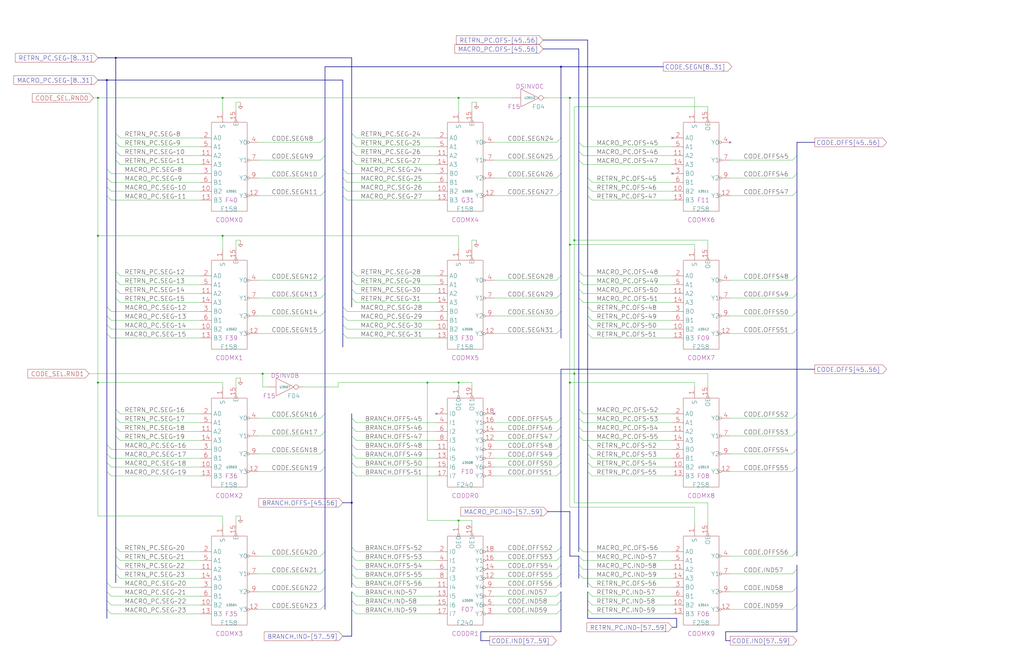
<source format=kicad_sch>
(kicad_sch (version 20250114) (generator "eeschema") (generator_version "9.0")
  (paper "User" 584.2 378.46)
  (title_block (title "CODE REGISTER OUTPUT MUX") (date "22-MAY-90") (rev "1.0") (comment 1 "SEQUENCER") (comment 2 "232-003064") (comment 3 "S400") (comment 4 "RELEASED"))
  (junction (at 55.88 55.88))
  (junction (at 325.12 139.7))
  (junction (at 320.04 38.1))
  (junction (at 327.66 213.36))
  (junction (at 127 134.62))
  (junction (at 327.66 137.16))
  (junction (at 127 55.88))
  (junction (at 149.86 213.36))
  (junction (at 261.62 218.44))
  (junction (at 261.62 297.18))
  (junction (at 325.12 218.44))
  (junction (at 60.96 45.72))
  (junction (at 55.88 218.44))
  (junction (at 325.12 55.88))
  (junction (at 261.62 55.88))
  (junction (at 200.66 287.02))
  (junction (at 55.88 134.62))
  (junction (at 66.04 33.02))
  (junction (at 243.84 218.44))
  (no_connect (at 383.54 78.74))
  (no_connect (at 281.94 236.22))
  (no_connect (at 416.56 81.28))
  (no_connect (at 248.92 236.22))
  (no_connect (at 383.54 99.06))
  (bus_entry (at 330.2 317.5) (size 2.54 2.54))
  (bus_entry (at 195.58 185.42) (size 2.54 2.54))
  (bus_entry (at 60.96 111.76) (size 2.54 2.54))
  (bus_entry (at 454.66 157.48) (size -2.54 2.54))
  (bus_entry (at 195.58 101.6) (size 2.54 2.54))
  (bus_entry (at 66.04 170.18) (size 2.54 2.54))
  (bus_entry (at 330.2 248.92) (size 2.54 2.54))
  (bus_entry (at 60.96 190.5) (size 2.54 2.54))
  (bus_entry (at 454.66 236.22) (size -2.54 2.54))
  (bus_entry (at 200.66 312.42) (size 2.54 2.54))
  (bus_entry (at 320.04 167.64) (size -2.54 2.54))
  (bus_entry (at 320.04 322.58) (size -2.54 2.54))
  (bus_entry (at 320.04 317.5) (size -2.54 2.54))
  (bus_entry (at 66.04 160.02) (size 2.54 2.54))
  (bus_entry (at 185.42 167.64) (size -2.54 2.54))
  (bus_entry (at 195.58 180.34) (size 2.54 2.54))
  (bus_entry (at 195.58 175.26) (size 2.54 2.54))
  (bus_entry (at 335.28 180.34) (size 2.54 2.54))
  (bus_entry (at 320.04 177.8) (size -2.54 2.54))
  (bus_entry (at 185.42 335.28) (size -2.54 2.54))
  (bus_entry (at 330.2 81.28) (size 2.54 2.54))
  (bus_entry (at 320.04 157.48) (size -2.54 2.54))
  (bus_entry (at 200.66 248.92) (size 2.54 2.54))
  (bus_entry (at 335.28 342.9) (size 2.54 2.54))
  (bus_entry (at 320.04 99.06) (size -2.54 2.54))
  (bus_entry (at 200.66 238.76) (size 2.54 2.54))
  (bus_entry (at 66.04 76.2) (size 2.54 2.54))
  (bus_entry (at 330.2 312.42) (size 2.54 2.54))
  (bus_entry (at 60.96 106.68) (size 2.54 2.54))
  (bus_entry (at 320.04 187.96) (size -2.54 2.54))
  (bus_entry (at 66.04 312.42) (size 2.54 2.54))
  (bus_entry (at 66.04 91.44) (size 2.54 2.54))
  (bus_entry (at 200.66 165.1) (size 2.54 2.54))
  (bus_entry (at 335.28 347.98) (size 2.54 2.54))
  (bus_entry (at 200.66 327.66) (size 2.54 2.54))
  (bus_entry (at 335.28 190.5) (size 2.54 2.54))
  (bus_entry (at 330.2 170.18) (size 2.54 2.54))
  (bus_entry (at 200.66 91.44) (size 2.54 2.54))
  (bus_entry (at 454.66 177.8) (size -2.54 2.54))
  (bus_entry (at 66.04 327.66) (size 2.54 2.54))
  (bus_entry (at 185.42 157.48) (size -2.54 2.54))
  (bus_entry (at 200.66 347.98) (size 2.54 2.54))
  (bus_entry (at 454.66 345.44) (size -2.54 2.54))
  (bus_entry (at 185.42 88.9) (size -2.54 2.54))
  (bus_entry (at 185.42 187.96) (size -2.54 2.54))
  (bus_entry (at 66.04 243.84) (size 2.54 2.54))
  (bus_entry (at 335.28 254) (size 2.54 2.54))
  (bus_entry (at 454.66 88.9) (size -2.54 2.54))
  (bus_entry (at 60.96 332.74) (size 2.54 2.54))
  (bus_entry (at 335.28 337.82) (size 2.54 2.54))
  (bus_entry (at 60.96 175.26) (size 2.54 2.54))
  (bus_entry (at 330.2 238.76) (size 2.54 2.54))
  (bus_entry (at 200.66 317.5) (size 2.54 2.54))
  (bus_entry (at 335.28 259.08) (size 2.54 2.54))
  (bus_entry (at 200.66 160.02) (size 2.54 2.54))
  (bus_entry (at 66.04 322.58) (size 2.54 2.54))
  (bus_entry (at 60.96 101.6) (size 2.54 2.54))
  (bus_entry (at 320.04 264.16) (size -2.54 2.54))
  (bus_entry (at 66.04 154.94) (size 2.54 2.54))
  (bus_entry (at 320.04 259.08) (size -2.54 2.54))
  (bus_entry (at 60.96 269.24) (size 2.54 2.54))
  (bus_entry (at 185.42 266.7) (size -2.54 2.54))
  (bus_entry (at 320.04 238.76) (size -2.54 2.54))
  (bus_entry (at 335.28 269.24) (size 2.54 2.54))
  (bus_entry (at 454.66 187.96) (size -2.54 2.54))
  (bus_entry (at 454.66 335.28) (size -2.54 2.54))
  (bus_entry (at 335.28 106.68) (size 2.54 2.54))
  (bus_entry (at 66.04 317.5) (size 2.54 2.54))
  (bus_entry (at 185.42 246.38) (size -2.54 2.54))
  (bus_entry (at 320.04 248.92) (size -2.54 2.54))
  (bus_entry (at 185.42 314.96) (size -2.54 2.54))
  (bus_entry (at 60.96 342.9) (size 2.54 2.54))
  (bus_entry (at 330.2 154.94) (size 2.54 2.54))
  (bus_entry (at 320.04 243.84) (size -2.54 2.54))
  (bus_entry (at 66.04 86.36) (size 2.54 2.54))
  (bus_entry (at 185.42 109.22) (size -2.54 2.54))
  (bus_entry (at 330.2 322.58) (size 2.54 2.54))
  (bus_entry (at 200.66 264.16) (size 2.54 2.54))
  (bus_entry (at 185.42 78.74) (size -2.54 2.54))
  (bus_entry (at 320.04 88.9) (size -2.54 2.54))
  (bus_entry (at 454.66 109.22) (size -2.54 2.54))
  (bus_entry (at 185.42 325.12) (size -2.54 2.54))
  (bus_entry (at 454.66 256.54) (size -2.54 2.54))
  (bus_entry (at 320.04 312.42) (size -2.54 2.54))
  (bus_entry (at 60.96 259.08) (size 2.54 2.54))
  (bus_entry (at 320.04 254) (size -2.54 2.54))
  (bus_entry (at 330.2 91.44) (size 2.54 2.54))
  (bus_entry (at 200.66 170.18) (size 2.54 2.54))
  (bus_entry (at 60.96 347.98) (size 2.54 2.54))
  (bus_entry (at 185.42 256.54) (size -2.54 2.54))
  (bus_entry (at 320.04 109.22) (size -2.54 2.54))
  (bus_entry (at 66.04 165.1) (size 2.54 2.54))
  (bus_entry (at 454.66 314.96) (size -2.54 2.54))
  (bus_entry (at 60.96 264.16) (size 2.54 2.54))
  (bus_entry (at 200.66 76.2) (size 2.54 2.54))
  (bus_entry (at 185.42 99.06) (size -2.54 2.54))
  (bus_entry (at 330.2 233.68) (size 2.54 2.54))
  (bus_entry (at 335.28 332.74) (size 2.54 2.54))
  (bus_entry (at 335.28 264.16) (size 2.54 2.54))
  (bus_entry (at 185.42 236.22) (size -2.54 2.54))
  (bus_entry (at 320.04 347.98) (size -2.54 2.54))
  (bus_entry (at 60.96 337.82) (size 2.54 2.54))
  (bus_entry (at 200.66 154.94) (size 2.54 2.54))
  (bus_entry (at 66.04 238.76) (size 2.54 2.54))
  (bus_entry (at 200.66 243.84) (size 2.54 2.54))
  (bus_entry (at 60.96 254) (size 2.54 2.54))
  (bus_entry (at 320.04 78.74) (size -2.54 2.54))
  (bus_entry (at 320.04 327.66) (size -2.54 2.54))
  (bus_entry (at 200.66 254) (size 2.54 2.54))
  (bus_entry (at 335.28 111.76) (size 2.54 2.54))
  (bus_entry (at 335.28 101.6) (size 2.54 2.54))
  (bus_entry (at 330.2 165.1) (size 2.54 2.54))
  (bus_entry (at 200.66 337.82) (size 2.54 2.54))
  (bus_entry (at 330.2 243.84) (size 2.54 2.54))
  (bus_entry (at 200.66 269.24) (size 2.54 2.54))
  (bus_entry (at 320.04 269.24) (size -2.54 2.54))
  (bus_entry (at 454.66 167.64) (size -2.54 2.54))
  (bus_entry (at 335.28 175.26) (size 2.54 2.54))
  (bus_entry (at 335.28 185.42) (size 2.54 2.54))
  (bus_entry (at 66.04 233.68) (size 2.54 2.54))
  (bus_entry (at 66.04 81.28) (size 2.54 2.54))
  (bus_entry (at 330.2 86.36) (size 2.54 2.54))
  (bus_entry (at 185.42 345.44) (size -2.54 2.54))
  (bus_entry (at 200.66 322.58) (size 2.54 2.54))
  (bus_entry (at 60.96 185.42) (size 2.54 2.54))
  (bus_entry (at 200.66 332.74) (size 2.54 2.54))
  (bus_entry (at 454.66 266.7) (size -2.54 2.54))
  (bus_entry (at 320.04 332.74) (size -2.54 2.54))
  (bus_entry (at 200.66 81.28) (size 2.54 2.54))
  (bus_entry (at 185.42 177.8) (size -2.54 2.54))
  (bus_entry (at 320.04 342.9) (size -2.54 2.54))
  (bus_entry (at 60.96 96.52) (size 2.54 2.54))
  (bus_entry (at 454.66 99.06) (size -2.54 2.54))
  (bus_entry (at 454.66 325.12) (size -2.54 2.54))
  (bus_entry (at 330.2 160.02) (size 2.54 2.54))
  (bus_entry (at 320.04 337.82) (size -2.54 2.54))
  (bus_entry (at 200.66 342.9) (size 2.54 2.54))
  (bus_entry (at 195.58 111.76) (size 2.54 2.54))
  (bus_entry (at 200.66 259.08) (size 2.54 2.54))
  (bus_entry (at 60.96 180.34) (size 2.54 2.54))
  (bus_entry (at 200.66 86.36) (size 2.54 2.54))
  (bus_entry (at 330.2 327.66) (size 2.54 2.54))
  (bus_entry (at 195.58 96.52) (size 2.54 2.54))
  (bus_entry (at 195.58 190.5) (size 2.54 2.54))
  (bus_entry (at 454.66 246.38) (size -2.54 2.54))
  (bus_entry (at 66.04 248.92) (size 2.54 2.54))
  (bus_entry (at 195.58 106.68) (size 2.54 2.54))
  (wire (pts (xy 403.86 137.16) (xy 403.86 142.24)))
  (bus (pts (xy 60.96 259.08) (xy 60.96 264.16)))
  (wire (pts (xy 68.58 251.46) (xy 114.3 251.46)))
  (bus (pts (xy 185.42 246.38) (xy 185.42 256.54)))
  (wire (pts (xy 55.88 134.62) (xy 55.88 218.44)))
  (bus (pts (xy 200.66 317.5) (xy 200.66 322.58)))
  (wire (pts (xy 55.88 134.62) (xy 55.88 55.88)))
  (bus (pts (xy 66.04 238.76) (xy 66.04 243.84)))
  (wire (pts (xy 416.56 327.66) (xy 452.12 327.66)))
  (bus (pts (xy 66.04 327.66) (xy 66.04 332.74)))
  (bus (pts (xy 414.02 365.76) (xy 414.02 360.68)))
  (bus (pts (xy 454.66 109.22) (xy 454.66 157.48)))
  (wire (pts (xy 137.16 294.64) (xy 134.62 294.64)))
  (wire (pts (xy 63.5 345.44) (xy 114.3 345.44)))
  (bus (pts (xy 185.42 167.64) (xy 185.42 177.8)))
  (wire (pts (xy 55.88 55.88) (xy 127 55.88)))
  (wire (pts (xy 68.58 236.22) (xy 114.3 236.22)))
  (bus (pts (xy 185.42 256.54) (xy 185.42 266.7)))
  (wire (pts (xy 281.94 111.76) (xy 317.5 111.76)))
  (wire (pts (xy 281.94 314.96) (xy 317.5 314.96)))
  (wire (pts (xy 332.74 83.82) (xy 383.54 83.82)))
  (bus (pts (xy 454.66 335.28) (xy 454.66 345.44)))
  (wire (pts (xy 68.58 78.74) (xy 114.3 78.74)))
  (wire (pts (xy 198.12 193.04) (xy 248.92 193.04)))
  (bus (pts (xy 185.42 109.22) (xy 185.42 157.48)))
  (wire (pts (xy 281.94 190.5) (xy 317.5 190.5)))
  (bus (pts (xy 55.88 45.72) (xy 60.96 45.72)))
  (bus (pts (xy 454.66 167.64) (xy 454.66 177.8)))
  (bus (pts (xy 325.12 292.1) (xy 325.12 317.5)))
  (bus (pts (xy 383.54 358.14) (xy 386.08 358.14)))
  (wire (pts (xy 198.12 187.96) (xy 248.92 187.96)))
  (wire (pts (xy 63.5 193.04) (xy 114.3 193.04)))
  (bus (pts (xy 330.2 238.76) (xy 330.2 243.84)))
  (bus (pts (xy 335.28 22.86) (xy 335.28 101.6)))
  (bus (pts (xy 320.04 312.42) (xy 320.04 317.5)))
  (wire (pts (xy 271.78 58.42) (xy 269.24 58.42)))
  (wire (pts (xy 203.2 83.82) (xy 248.92 83.82)))
  (wire (pts (xy 203.2 256.54) (xy 248.92 256.54)))
  (wire (pts (xy 68.58 83.82) (xy 114.3 83.82)))
  (wire (pts (xy 203.2 241.3) (xy 248.92 241.3)))
  (bus (pts (xy 454.66 177.8) (xy 454.66 187.96)))
  (wire (pts (xy 147.32 259.08) (xy 182.88 259.08)))
  (bus (pts (xy 454.66 246.38) (xy 454.66 256.54)))
  (wire (pts (xy 203.2 246.38) (xy 248.92 246.38)))
  (bus (pts (xy 320.04 243.84) (xy 320.04 248.92)))
  (bus (pts (xy 185.42 335.28) (xy 185.42 345.44)))
  (bus (pts (xy 309.88 27.94) (xy 330.2 27.94)))
  (bus (pts (xy 200.66 81.28) (xy 200.66 86.36)))
  (bus (pts (xy 335.28 101.6) (xy 335.28 106.68)))
  (wire (pts (xy 203.2 345.44) (xy 248.92 345.44)))
  (bus (pts (xy 200.66 165.1) (xy 200.66 170.18)))
  (wire (pts (xy 332.74 157.48) (xy 383.54 157.48)))
  (bus (pts (xy 60.96 101.6) (xy 60.96 106.68)))
  (bus (pts (xy 330.2 243.84) (xy 330.2 248.92)))
  (bus (pts (xy 185.42 314.96) (xy 185.42 325.12)))
  (wire (pts (xy 332.74 314.96) (xy 383.54 314.96)))
  (bus (pts (xy 320.04 269.24) (xy 320.04 312.42)))
  (bus (pts (xy 60.96 342.9) (xy 60.96 347.98)))
  (wire (pts (xy 203.2 93.98) (xy 248.92 93.98)))
  (wire (pts (xy 261.62 134.62) (xy 127 134.62)))
  (bus (pts (xy 454.66 187.96) (xy 454.66 236.22)))
  (wire (pts (xy 63.5 266.7) (xy 114.3 266.7)))
  (bus (pts (xy 386.08 353.06) (xy 335.28 353.06)))
  (wire (pts (xy 63.5 187.96) (xy 114.3 187.96)))
  (bus (pts (xy 330.2 170.18) (xy 330.2 233.68)))
  (bus (pts (xy 200.66 337.82) (xy 200.66 342.9)))
  (wire (pts (xy 337.82 266.7) (xy 383.54 266.7)))
  (wire (pts (xy 332.74 236.22) (xy 383.54 236.22)))
  (wire (pts (xy 281.94 251.46) (xy 317.5 251.46)))
  (wire (pts (xy 312.42 55.88) (xy 325.12 55.88)))
  (wire (pts (xy 203.2 167.64) (xy 248.92 167.64)))
  (wire (pts (xy 327.66 137.16) (xy 403.86 137.16)))
  (bus (pts (xy 330.2 312.42) (xy 330.2 314.96)))
  (bus (pts (xy 185.42 78.74) (xy 185.42 88.9)))
  (wire (pts (xy 261.62 55.88) (xy 292.1 55.88)))
  (bus (pts (xy 335.28 337.82) (xy 335.28 342.9)))
  (wire (pts (xy 203.2 251.46) (xy 248.92 251.46)))
  (bus (pts (xy 60.96 111.76) (xy 60.96 175.26)))
  (wire (pts (xy 203.2 162.56) (xy 248.92 162.56)))
  (bus (pts (xy 195.58 175.26) (xy 195.58 180.34)))
  (bus (pts (xy 185.42 187.96) (xy 185.42 236.22)))
  (wire (pts (xy 337.82 345.44) (xy 383.54 345.44)))
  (bus (pts (xy 195.58 287.02) (xy 200.66 287.02)))
  (wire (pts (xy 63.5 177.8) (xy 114.3 177.8)))
  (wire (pts (xy 325.12 55.88) (xy 396.24 55.88)))
  (bus (pts (xy 200.66 86.36) (xy 200.66 91.44)))
  (wire (pts (xy 68.58 241.3) (xy 114.3 241.3)))
  (wire (pts (xy 137.16 215.9) (xy 134.62 215.9)))
  (wire (pts (xy 337.82 350.52) (xy 383.54 350.52)))
  (bus (pts (xy 320.04 88.9) (xy 320.04 99.06)))
  (wire (pts (xy 332.74 325.12) (xy 383.54 325.12)))
  (wire (pts (xy 127 55.88) (xy 261.62 55.88)))
  (bus (pts (xy 200.66 287.02) (xy 200.66 312.42)))
  (bus (pts (xy 60.96 332.74) (xy 60.96 337.82)))
  (bus (pts (xy 320.04 210.82) (xy 464.82 210.82)))
  (bus (pts (xy 200.66 342.9) (xy 200.66 347.98)))
  (bus (pts (xy 330.2 154.94) (xy 330.2 160.02)))
  (wire (pts (xy 147.32 327.66) (xy 182.88 327.66)))
  (bus (pts (xy 66.04 243.84) (xy 66.04 248.92)))
  (wire (pts (xy 281.94 335.28) (xy 317.5 335.28)))
  (wire (pts (xy 325.12 218.44) (xy 325.12 139.7)))
  (bus (pts (xy 378.46 38.1) (xy 320.04 38.1)))
  (wire (pts (xy 281.94 345.44) (xy 317.5 345.44)))
  (wire (pts (xy 147.32 347.98) (xy 182.88 347.98)))
  (wire (pts (xy 416.56 238.76) (xy 452.12 238.76)))
  (wire (pts (xy 396.24 55.88) (xy 396.24 63.5)))
  (bus (pts (xy 335.28 259.08) (xy 335.28 264.16)))
  (wire (pts (xy 325.12 139.7) (xy 396.24 139.7)))
  (wire (pts (xy 416.56 248.92) (xy 452.12 248.92)))
  (wire (pts (xy 327.66 213.36) (xy 403.86 213.36)))
  (bus (pts (xy 386.08 358.14) (xy 386.08 353.06)))
  (wire (pts (xy 269.24 299.72) (xy 269.24 297.18)))
  (bus (pts (xy 60.96 347.98) (xy 60.96 353.06)))
  (bus (pts (xy 200.66 33.02) (xy 200.66 76.2)))
  (wire (pts (xy 203.2 78.74) (xy 248.92 78.74)))
  (wire (pts (xy 63.5 182.88) (xy 114.3 182.88)))
  (bus (pts (xy 195.58 111.76) (xy 195.58 175.26)))
  (bus (pts (xy 185.42 99.06) (xy 185.42 109.22)))
  (bus (pts (xy 195.58 45.72) (xy 195.58 96.52)))
  (bus (pts (xy 335.28 180.34) (xy 335.28 185.42)))
  (wire (pts (xy 137.16 137.16) (xy 134.62 137.16)))
  (bus (pts (xy 335.28 342.9) (xy 335.28 347.98)))
  (wire (pts (xy 203.2 325.12) (xy 248.92 325.12)))
  (wire (pts (xy 281.94 91.44) (xy 317.5 91.44)))
  (wire (pts (xy 332.74 88.9) (xy 383.54 88.9)))
  (bus (pts (xy 414.02 360.68) (xy 454.66 360.68)))
  (wire (pts (xy 261.62 63.5) (xy 261.62 55.88)))
  (wire (pts (xy 281.94 350.52) (xy 317.5 350.52)))
  (wire (pts (xy 269.24 297.18) (xy 261.62 297.18)))
  (bus (pts (xy 274.32 360.68) (xy 320.04 360.68)))
  (wire (pts (xy 281.94 320.04) (xy 317.5 320.04)))
  (bus (pts (xy 195.58 106.68) (xy 195.58 111.76)))
  (wire (pts (xy 68.58 325.12) (xy 114.3 325.12)))
  (bus (pts (xy 335.28 111.76) (xy 335.28 175.26)))
  (wire (pts (xy 147.32 317.5) (xy 182.88 317.5)))
  (wire (pts (xy 68.58 320.04) (xy 114.3 320.04)))
  (bus (pts (xy 200.66 264.16) (xy 200.66 269.24)))
  (bus (pts (xy 454.66 236.22) (xy 454.66 246.38)))
  (bus (pts (xy 200.66 347.98) (xy 200.66 363.22)))
  (bus (pts (xy 66.04 160.02) (xy 66.04 165.1)))
  (bus (pts (xy 195.58 185.42) (xy 195.58 190.5)))
  (wire (pts (xy 147.32 160.02) (xy 182.88 160.02)))
  (bus (pts (xy 60.96 96.52) (xy 60.96 101.6)))
  (wire (pts (xy 403.86 287.02) (xy 327.66 287.02)))
  (wire (pts (xy 149.86 213.36) (xy 327.66 213.36)))
  (wire (pts (xy 281.94 241.3) (xy 317.5 241.3)))
  (bus (pts (xy 454.66 322.58) (xy 454.66 325.12)))
  (bus (pts (xy 320.04 238.76) (xy 320.04 243.84)))
  (bus (pts (xy 320.04 157.48) (xy 320.04 167.64)))
  (bus (pts (xy 66.04 317.5) (xy 66.04 322.58)))
  (bus (pts (xy 200.66 254) (xy 200.66 259.08)))
  (bus (pts (xy 60.96 106.68) (xy 60.96 111.76)))
  (bus (pts (xy 320.04 254) (xy 320.04 259.08)))
  (wire (pts (xy 147.32 269.24) (xy 182.88 269.24)))
  (wire (pts (xy 172.72 220.98) (xy 193.04 220.98)))
  (bus (pts (xy 320.04 342.9) (xy 320.04 347.98)))
  (bus (pts (xy 454.66 81.28) (xy 454.66 88.9)))
  (bus (pts (xy 185.42 38.1) (xy 185.42 78.74)))
  (bus (pts (xy 330.2 327.66) (xy 330.2 330.2)))
  (wire (pts (xy 269.24 58.42) (xy 269.24 63.5)))
  (wire (pts (xy 416.56 269.24) (xy 452.12 269.24)))
  (wire (pts (xy 332.74 246.38) (xy 383.54 246.38)))
  (bus (pts (xy 185.42 345.44) (xy 185.42 347.98)))
  (wire (pts (xy 63.5 340.36) (xy 114.3 340.36)))
  (wire (pts (xy 403.86 60.96) (xy 403.86 63.5)))
  (wire (pts (xy 149.86 220.98) (xy 149.86 213.36)))
  (bus (pts (xy 55.88 33.02) (xy 66.04 33.02)))
  (wire (pts (xy 137.16 58.42) (xy 134.62 58.42)))
  (wire (pts (xy 396.24 218.44) (xy 396.24 220.98)))
  (bus (pts (xy 320.04 332.74) (xy 320.04 335.28)))
  (bus (pts (xy 200.66 259.08) (xy 200.66 264.16)))
  (wire (pts (xy 332.74 93.98) (xy 383.54 93.98)))
  (wire (pts (xy 63.5 256.54) (xy 114.3 256.54)))
  (bus (pts (xy 185.42 266.7) (xy 185.42 314.96)))
  (wire (pts (xy 147.32 101.6) (xy 182.88 101.6)))
  (wire (pts (xy 281.94 81.28) (xy 317.5 81.28)))
  (wire (pts (xy 281.94 266.7) (xy 317.5 266.7)))
  (bus (pts (xy 330.2 248.92) (xy 330.2 312.42)))
  (wire (pts (xy 416.56 337.82) (xy 452.12 337.82)))
  (bus (pts (xy 200.66 248.92) (xy 200.66 254)))
  (bus (pts (xy 200.66 236.22) (xy 200.66 238.76)))
  (bus (pts (xy 200.66 76.2) (xy 200.66 81.28)))
  (wire (pts (xy 332.74 172.72) (xy 383.54 172.72)))
  (bus (pts (xy 309.88 22.86) (xy 335.28 22.86)))
  (bus (pts (xy 66.04 322.58) (xy 66.04 327.66)))
  (wire (pts (xy 325.12 218.44) (xy 396.24 218.44)))
  (bus (pts (xy 335.28 106.68) (xy 335.28 111.76)))
  (wire (pts (xy 281.94 330.2) (xy 317.5 330.2)))
  (wire (pts (xy 337.82 187.96) (xy 383.54 187.96)))
  (bus (pts (xy 195.58 96.52) (xy 195.58 101.6)))
  (wire (pts (xy 68.58 162.56) (xy 114.3 162.56)))
  (wire (pts (xy 63.5 335.28) (xy 114.3 335.28)))
  (wire (pts (xy 149.86 220.98) (xy 152.4 220.98)))
  (wire (pts (xy 403.86 213.36) (xy 403.86 220.98)))
  (wire (pts (xy 396.24 289.56) (xy 325.12 289.56)))
  (wire (pts (xy 147.32 91.44) (xy 182.88 91.44)))
  (bus (pts (xy 200.66 332.74) (xy 200.66 335.28)))
  (bus (pts (xy 454.66 266.7) (xy 454.66 314.96)))
  (wire (pts (xy 147.32 190.5) (xy 182.88 190.5)))
  (wire (pts (xy 63.5 109.22) (xy 114.3 109.22)))
  (wire (pts (xy 337.82 256.54) (xy 383.54 256.54)))
  (wire (pts (xy 147.32 111.76) (xy 182.88 111.76)))
  (wire (pts (xy 396.24 139.7) (xy 396.24 142.24)))
  (bus (pts (xy 454.66 81.28) (xy 464.82 81.28)))
  (bus (pts (xy 200.66 91.44) (xy 200.66 154.94)))
  (wire (pts (xy 68.58 330.2) (xy 114.3 330.2)))
  (bus (pts (xy 416.56 365.76) (xy 414.02 365.76)))
  (wire (pts (xy 147.32 180.34) (xy 182.88 180.34)))
  (bus (pts (xy 185.42 325.12) (xy 185.42 335.28)))
  (wire (pts (xy 243.84 218.44) (xy 243.84 297.18)))
  (bus (pts (xy 335.28 254) (xy 335.28 259.08)))
  (wire (pts (xy 281.94 180.34) (xy 317.5 180.34)))
  (bus (pts (xy 195.58 190.5) (xy 195.58 198.12)))
  (bus (pts (xy 320.04 109.22) (xy 320.04 157.48)))
  (wire (pts (xy 63.5 99.06) (xy 114.3 99.06)))
  (bus (pts (xy 330.2 165.1) (xy 330.2 170.18)))
  (wire (pts (xy 281.94 325.12) (xy 317.5 325.12)))
  (wire (pts (xy 269.24 220.98) (xy 269.24 218.44)))
  (wire (pts (xy 203.2 314.96) (xy 248.92 314.96)))
  (bus (pts (xy 185.42 88.9) (xy 185.42 99.06)))
  (bus (pts (xy 320.04 337.82) (xy 320.04 342.9)))
  (wire (pts (xy 281.94 256.54) (xy 317.5 256.54)))
  (wire (pts (xy 203.2 320.04) (xy 248.92 320.04)))
  (wire (pts (xy 198.12 99.06) (xy 248.92 99.06)))
  (bus (pts (xy 60.96 190.5) (xy 60.96 254)))
  (wire (pts (xy 332.74 167.64) (xy 383.54 167.64)))
  (wire (pts (xy 203.2 350.52) (xy 248.92 350.52)))
  (bus (pts (xy 320.04 187.96) (xy 320.04 193.04)))
  (wire (pts (xy 327.66 287.02) (xy 327.66 213.36)))
  (wire (pts (xy 416.56 101.6) (xy 452.12 101.6)))
  (bus (pts (xy 66.04 248.92) (xy 66.04 312.42)))
  (wire (pts (xy 198.12 182.88) (xy 248.92 182.88)))
  (wire (pts (xy 416.56 190.5) (xy 452.12 190.5)))
  (wire (pts (xy 203.2 330.2) (xy 248.92 330.2)))
  (wire (pts (xy 327.66 213.36) (xy 327.66 137.16)))
  (wire (pts (xy 198.12 109.22) (xy 248.92 109.22)))
  (bus (pts (xy 195.58 180.34) (xy 195.58 185.42)))
  (wire (pts (xy 134.62 58.42) (xy 134.62 63.5)))
  (bus (pts (xy 66.04 154.94) (xy 66.04 160.02)))
  (wire (pts (xy 281.94 246.38) (xy 317.5 246.38)))
  (wire (pts (xy 337.82 271.78) (xy 383.54 271.78)))
  (wire (pts (xy 127 220.98) (xy 127 218.44)))
  (wire (pts (xy 243.84 297.18) (xy 261.62 297.18)))
  (bus (pts (xy 335.28 347.98) (xy 335.28 353.06)))
  (wire (pts (xy 337.82 182.88) (xy 383.54 182.88)))
  (bus (pts (xy 200.66 160.02) (xy 200.66 165.1)))
  (bus (pts (xy 200.66 154.94) (xy 200.66 160.02)))
  (wire (pts (xy 416.56 111.76) (xy 452.12 111.76)))
  (wire (pts (xy 281.94 170.18) (xy 317.5 170.18)))
  (bus (pts (xy 320.04 327.66) (xy 320.04 332.74)))
  (bus (pts (xy 320.04 99.06) (xy 320.04 109.22)))
  (wire (pts (xy 203.2 261.62) (xy 248.92 261.62)))
  (wire (pts (xy 127 134.62) (xy 127 142.24)))
  (wire (pts (xy 63.5 271.78) (xy 114.3 271.78)))
  (bus (pts (xy 200.66 312.42) (xy 200.66 317.5)))
  (bus (pts (xy 60.96 264.16) (xy 60.96 269.24)))
  (bus (pts (xy 60.96 337.82) (xy 60.96 342.9)))
  (bus (pts (xy 274.32 365.76) (xy 274.32 360.68)))
  (bus (pts (xy 200.66 327.66) (xy 200.66 332.74)))
  (bus (pts (xy 335.28 190.5) (xy 335.28 254)))
  (bus (pts (xy 335.28 264.16) (xy 335.28 269.24)))
  (wire (pts (xy 203.2 340.36) (xy 248.92 340.36)))
  (bus (pts (xy 66.04 170.18) (xy 66.04 233.68)))
  (wire (pts (xy 327.66 60.96) (xy 403.86 60.96)))
  (bus (pts (xy 320.04 259.08) (xy 320.04 264.16)))
  (wire (pts (xy 416.56 180.34) (xy 452.12 180.34)))
  (bus (pts (xy 320.04 167.64) (xy 320.04 177.8)))
  (bus (pts (xy 185.42 177.8) (xy 185.42 187.96)))
  (wire (pts (xy 281.94 160.02) (xy 317.5 160.02)))
  (wire (pts (xy 127 218.44) (xy 55.88 218.44)))
  (bus (pts (xy 195.58 101.6) (xy 195.58 106.68)))
  (wire (pts (xy 337.82 340.36) (xy 383.54 340.36)))
  (wire (pts (xy 416.56 317.5) (xy 452.12 317.5)))
  (wire (pts (xy 337.82 193.04) (xy 383.54 193.04)))
  (wire (pts (xy 261.62 218.44) (xy 261.62 220.98)))
  (bus (pts (xy 330.2 160.02) (xy 330.2 165.1)))
  (bus (pts (xy 335.28 269.24) (xy 335.28 332.74)))
  (wire (pts (xy 127 299.72) (xy 127 294.64)))
  (wire (pts (xy 198.12 114.3) (xy 248.92 114.3)))
  (wire (pts (xy 134.62 215.9) (xy 134.62 220.98)))
  (bus (pts (xy 454.66 345.44) (xy 454.66 360.68)))
  (bus (pts (xy 330.2 233.68) (xy 330.2 238.76)))
  (wire (pts (xy 68.58 314.96) (xy 114.3 314.96)))
  (wire (pts (xy 281.94 261.62) (xy 317.5 261.62)))
  (bus (pts (xy 335.28 332.74) (xy 335.28 335.28)))
  (wire (pts (xy 147.32 81.28) (xy 182.88 81.28)))
  (wire (pts (xy 68.58 93.98) (xy 114.3 93.98)))
  (wire (pts (xy 203.2 88.9) (xy 248.92 88.9)))
  (bus (pts (xy 330.2 86.36) (xy 330.2 91.44)))
  (bus (pts (xy 335.28 175.26) (xy 335.28 180.34)))
  (wire (pts (xy 403.86 299.72) (xy 403.86 287.02)))
  (wire (pts (xy 332.74 241.3) (xy 383.54 241.3)))
  (bus (pts (xy 60.96 185.42) (xy 60.96 190.5)))
  (bus (pts (xy 66.04 86.36) (xy 66.04 91.44)))
  (wire (pts (xy 337.82 109.22) (xy 383.54 109.22)))
  (wire (pts (xy 261.62 218.44) (xy 243.84 218.44)))
  (wire (pts (xy 127 55.88) (xy 127 63.5)))
  (bus (pts (xy 66.04 33.02) (xy 200.66 33.02)))
  (bus (pts (xy 320.04 347.98) (xy 320.04 360.68)))
  (wire (pts (xy 134.62 294.64) (xy 134.62 299.72)))
  (bus (pts (xy 200.66 243.84) (xy 200.66 248.92)))
  (bus (pts (xy 200.66 322.58) (xy 200.66 327.66)))
  (wire (pts (xy 269.24 218.44) (xy 261.62 218.44)))
  (wire (pts (xy 261.62 297.18) (xy 261.62 299.72)))
  (wire (pts (xy 68.58 88.9) (xy 114.3 88.9)))
  (wire (pts (xy 281.94 271.78) (xy 317.5 271.78)))
  (wire (pts (xy 63.5 261.62) (xy 114.3 261.62)))
  (wire (pts (xy 281.94 340.36) (xy 317.5 340.36)))
  (wire (pts (xy 337.82 335.28) (xy 383.54 335.28)))
  (bus (pts (xy 185.42 38.1) (xy 320.04 38.1)))
  (wire (pts (xy 68.58 246.38) (xy 114.3 246.38)))
  (wire (pts (xy 147.32 337.82) (xy 182.88 337.82)))
  (bus (pts (xy 66.04 233.68) (xy 66.04 238.76)))
  (bus (pts (xy 60.96 269.24) (xy 60.96 332.74)))
  (wire (pts (xy 332.74 162.56) (xy 383.54 162.56)))
  (wire (pts (xy 203.2 271.78) (xy 248.92 271.78)))
  (wire (pts (xy 203.2 172.72) (xy 248.92 172.72)))
  (bus (pts (xy 454.66 325.12) (xy 454.66 335.28)))
  (wire (pts (xy 332.74 320.04) (xy 383.54 320.04)))
  (bus (pts (xy 312.42 292.1) (xy 325.12 292.1)))
  (wire (pts (xy 63.5 114.3) (xy 114.3 114.3)))
  (wire (pts (xy 134.62 137.16) (xy 134.62 142.24)))
  (wire (pts (xy 416.56 91.44) (xy 452.12 91.44)))
  (wire (pts (xy 325.12 289.56) (xy 325.12 218.44)))
  (bus (pts (xy 330.2 317.5) (xy 330.2 322.58)))
  (wire (pts (xy 203.2 335.28) (xy 248.92 335.28)))
  (wire (pts (xy 203.2 157.48) (xy 248.92 157.48)))
  (bus (pts (xy 185.42 157.48) (xy 185.42 167.64)))
  (bus (pts (xy 60.96 180.34) (xy 60.96 185.42)))
  (bus (pts (xy 320.04 177.8) (xy 320.04 187.96)))
  (bus (pts (xy 60.96 45.72) (xy 60.96 96.52)))
  (wire (pts (xy 281.94 101.6) (xy 317.5 101.6)))
  (bus (pts (xy 320.04 78.74) (xy 320.04 88.9)))
  (wire (pts (xy 337.82 261.62) (xy 383.54 261.62)))
  (bus (pts (xy 320.04 248.92) (xy 320.04 254)))
  (wire (pts (xy 127 134.62) (xy 55.88 134.62)))
  (bus (pts (xy 66.04 33.02) (xy 66.04 76.2)))
  (wire (pts (xy 55.88 218.44) (xy 55.88 294.64)))
  (bus (pts (xy 454.66 314.96) (xy 454.66 317.5)))
  (bus (pts (xy 200.66 170.18) (xy 200.66 175.26)))
  (wire (pts (xy 198.12 104.14) (xy 248.92 104.14)))
  (wire (pts (xy 396.24 299.72) (xy 396.24 289.56)))
  (wire (pts (xy 193.04 218.44) (xy 243.84 218.44)))
  (wire (pts (xy 325.12 139.7) (xy 325.12 55.88)))
  (bus (pts (xy 185.42 236.22) (xy 185.42 246.38)))
  (wire (pts (xy 327.66 137.16) (xy 327.66 60.96)))
  (wire (pts (xy 337.82 114.3) (xy 383.54 114.3)))
  (bus (pts (xy 320.04 264.16) (xy 320.04 269.24)))
  (bus (pts (xy 454.66 256.54) (xy 454.66 266.7)))
  (wire (pts (xy 337.82 104.14) (xy 383.54 104.14)))
  (wire (pts (xy 68.58 167.64) (xy 114.3 167.64)))
  (bus (pts (xy 454.66 88.9) (xy 454.66 99.06)))
  (bus (pts (xy 330.2 322.58) (xy 330.2 327.66)))
  (bus (pts (xy 66.04 76.2) (xy 66.04 81.28)))
  (wire (pts (xy 147.32 248.92) (xy 182.88 248.92)))
  (bus (pts (xy 320.04 322.58) (xy 320.04 327.66)))
  (wire (pts (xy 261.62 142.24) (xy 261.62 134.62)))
  (wire (pts (xy 53.34 55.88) (xy 55.88 55.88)))
  (bus (pts (xy 320.04 317.5) (xy 320.04 322.58)))
  (bus (pts (xy 200.66 269.24) (xy 200.66 287.02)))
  (bus (pts (xy 60.96 45.72) (xy 195.58 45.72)))
  (wire (pts (xy 416.56 347.98) (xy 452.12 347.98)))
  (wire (pts (xy 193.04 220.98) (xy 193.04 218.44)))
  (wire (pts (xy 337.82 177.8) (xy 383.54 177.8)))
  (bus (pts (xy 66.04 81.28) (xy 66.04 86.36)))
  (wire (pts (xy 50.8 213.36) (xy 149.86 213.36)))
  (wire (pts (xy 68.58 157.48) (xy 114.3 157.48)))
  (wire (pts (xy 147.32 170.18) (xy 182.88 170.18)))
  (wire (pts (xy 332.74 330.2) (xy 383.54 330.2)))
  (bus (pts (xy 279.4 365.76) (xy 274.32 365.76)))
  (wire (pts (xy 332.74 251.46) (xy 383.54 251.46)))
  (bus (pts (xy 60.96 254) (xy 60.96 259.08)))
  (bus (pts (xy 320.04 38.1) (xy 320.04 78.74)))
  (wire (pts (xy 63.5 350.52) (xy 114.3 350.52)))
  (bus (pts (xy 330.2 91.44) (xy 330.2 154.94)))
  (wire (pts (xy 63.5 104.14) (xy 114.3 104.14)))
  (wire (pts (xy 416.56 160.02) (xy 452.12 160.02)))
  (bus (pts (xy 66.04 312.42) (xy 66.04 317.5)))
  (bus (pts (xy 330.2 27.94) (xy 330.2 81.28)))
  (wire (pts (xy 416.56 259.08) (xy 452.12 259.08)))
  (bus (pts (xy 200.66 238.76) (xy 200.66 243.84)))
  (wire (pts (xy 127 294.64) (xy 55.88 294.64)))
  (bus (pts (xy 200.66 363.22) (xy 195.58 363.22)))
  (bus (pts (xy 335.28 185.42) (xy 335.28 190.5)))
  (bus (pts (xy 66.04 165.1) (xy 66.04 170.18)))
  (wire (pts (xy 203.2 266.7) (xy 248.92 266.7)))
  (bus (pts (xy 454.66 99.06) (xy 454.66 109.22)))
  (wire (pts (xy 416.56 170.18) (xy 452.12 170.18)))
  (wire (pts (xy 68.58 172.72) (xy 114.3 172.72)))
  (wire (pts (xy 271.78 137.16) (xy 269.24 137.16)))
  (bus (pts (xy 66.04 91.44) (xy 66.04 154.94)))
  (bus (pts (xy 325.12 317.5) (xy 330.2 317.5)))
  (wire (pts (xy 147.32 238.76) (xy 182.88 238.76)))
  (bus (pts (xy 320.04 210.82) (xy 320.04 238.76)))
  (bus (pts (xy 454.66 157.48) (xy 454.66 167.64)))
  (wire (pts (xy 269.24 137.16) (xy 269.24 142.24)))
  (bus (pts (xy 60.96 175.26) (xy 60.96 180.34)))
  (bus (pts (xy 330.2 81.28) (xy 330.2 86.36)))
  (wire (pts (xy 198.12 177.8) (xy 248.92 177.8)))
  (label "MACRO_PC.OFS~52" (at 340.36 236.22 0) (effects (font (size 2.54 2.54))))
  (label "CODE.OFFS47" (at 424.18 111.76 0) (effects (font (size 2.54 2.54))))
  (label "MACRO_PC.IND~59" (at 340.36 330.2 0) (effects (font (size 2.54 2.54))))
  (label "BRANCH.OFFS~49" (at 208.28 261.62 0) (effects (font (size 2.54 2.54))))
  (label "RETRN_PC.SEG~14" (at 71.12 167.64 0) (effects (font (size 2.54 2.54))))
  (label "MACRO_PC.SEG~10" (at 71.12 109.22 0) (effects (font (size 2.54 2.54))))
  (label "MACRO_PC.OFS~45" (at 340.36 83.82 0) (effects (font (size 2.54 2.54))))
  (label "CODE.SEGN15" (at 154.94 190.5 0) (effects (font (size 2.54 2.54))))
  (label "CODE.OFFS54" (at 289.56 325.12 0) (effects (font (size 2.54 2.54))))
  (label "BRANCH.OFFS~51" (at 208.28 271.78 0) (effects (font (size 2.54 2.54))))
  (label "BRANCH.OFFS~46" (at 208.28 246.38 0) (effects (font (size 2.54 2.54))))
  (label "RETRN_PC.SEG~22" (at 71.12 325.12 0) (effects (font (size 2.54 2.54))))
  (label "CODE.SEGN25" (at 289.56 91.44 0) (effects (font (size 2.54 2.54))))
  (label "CODE.SEGN14" (at 154.94 180.34 0) (effects (font (size 2.54 2.54))))
  (label "RETRN_PC.SEG~26" (at 205.74 88.9 0) (effects (font (size 2.54 2.54))))
  (label "RETRN_PC.SEG~10" (at 71.12 88.9 0) (effects (font (size 2.54 2.54))))
  (label "RETRN_PC.SEG~24" (at 205.74 78.74 0) (effects (font (size 2.54 2.54))))
  (label "MACRO_PC.SEG~24" (at 205.74 99.06 0) (effects (font (size 2.54 2.54))))
  (label "BRANCH.OFFS~53" (at 208.28 320.04 0) (effects (font (size 2.54 2.54))))
  (label "CODE.OFFS50" (at 424.18 180.34 0) (effects (font (size 2.54 2.54))))
  (label "CODE.OFFS47" (at 289.56 251.46 0) (effects (font (size 2.54 2.54))))
  (label "MACRO_PC.SEG~17" (at 71.12 261.62 0) (effects (font (size 2.54 2.54))))
  (label "CODE.OFFS49" (at 289.56 261.62 0) (effects (font (size 2.54 2.54))))
  (label "CODE.SEGN10" (at 154.94 101.6 0) (effects (font (size 2.54 2.54))))
  (label "RETRN_PC.OFS~54" (at 340.36 266.7 0) (effects (font (size 2.54 2.54))))
  (label "MACRO_PC.SEG~14" (at 71.12 187.96 0) (effects (font (size 2.54 2.54))))
  (label "CODE.OFFS56" (at 289.56 335.28 0) (effects (font (size 2.54 2.54))))
  (label "CODE.SEGN27" (at 289.56 111.76 0) (effects (font (size 2.54 2.54))))
  (label "BRANCH.OFFS~52" (at 208.28 314.96 0) (effects (font (size 2.54 2.54))))
  (label "RETRN_PC.OFS~47" (at 340.36 114.3 0) (effects (font (size 2.54 2.54))))
  (label "CODE.IND58" (at 289.56 345.44 0) (effects (font (size 2.54 2.54))))
  (label "RETRN_PC.OFS~51" (at 340.36 193.04 0) (effects (font (size 2.54 2.54))))
  (label "MACRO_PC.SEG~9" (at 71.12 104.14 0) (effects (font (size 2.54 2.54))))
  (label "MACRO_PC.OFS~55" (at 340.36 251.46 0) (effects (font (size 2.54 2.54))))
  (label "CODE.IND57" (at 424.18 327.66 0) (effects (font (size 2.54 2.54))))
  (label "RETRN_PC.OFS~49" (at 340.36 182.88 0) (effects (font (size 2.54 2.54))))
  (label "MACRO_PC.SEG~28" (at 205.74 177.8 0) (effects (font (size 2.54 2.54))))
  (label "MACRO_PC.SEG~8" (at 71.12 99.06 0) (effects (font (size 2.54 2.54))))
  (label "RETRN_PC.SEG~20" (at 71.12 314.96 0) (effects (font (size 2.54 2.54))))
  (label "BRANCH.IND~58" (at 208.28 345.44 0) (effects (font (size 2.54 2.54))))
  (label "CODE.OFFS53" (at 289.56 320.04 0) (effects (font (size 2.54 2.54))))
  (label "MACRO_PC.SEG~29" (at 205.74 182.88 0) (effects (font (size 2.54 2.54))))
  (label "RETRN_PC.OFS~46" (at 340.36 109.22 0) (effects (font (size 2.54 2.54))))
  (label "RETRN_PC.SEG~31" (at 205.74 172.72 0) (effects (font (size 2.54 2.54))))
  (label "CODE.SEGN21" (at 154.94 327.66 0) (effects (font (size 2.54 2.54))))
  (label "BRANCH.OFFS~50" (at 208.28 266.7 0) (effects (font (size 2.54 2.54))))
  (label "BRANCH.OFFS~47" (at 208.28 251.46 0) (effects (font (size 2.54 2.54))))
  (label "CODE.SEGN12" (at 154.94 160.02 0) (effects (font (size 2.54 2.54))))
  (label "RETRN_PC.OFS~45" (at 340.36 104.14 0) (effects (font (size 2.54 2.54))))
  (label "RETRN_PC.OFS~50" (at 340.36 187.96 0) (effects (font (size 2.54 2.54))))
  (label "RETRN_PC.IND~58" (at 340.36 345.44 0) (effects (font (size 2.54 2.54))))
  (label "MACRO_PC.OFS~48" (at 340.36 157.48 0) (effects (font (size 2.54 2.54))))
  (label "CODE.IND59" (at 424.18 347.98 0) (effects (font (size 2.54 2.54))))
  (label "RETRN_PC.SEG~17" (at 71.12 241.3 0) (effects (font (size 2.54 2.54))))
  (label "BRANCH.OFFS~48" (at 208.28 256.54 0) (effects (font (size 2.54 2.54))))
  (label "CODE.SEGN11" (at 154.94 111.76 0) (effects (font (size 2.54 2.54))))
  (label "CODE.IND57" (at 289.56 340.36 0) (effects (font (size 2.54 2.54))))
  (label "CODE.OFFS51" (at 424.18 190.5 0) (effects (font (size 2.54 2.54))))
  (label "MACRO_PC.SEG~31" (at 205.74 193.04 0) (effects (font (size 2.54 2.54))))
  (label "CODE.OFFS52" (at 289.56 314.96 0) (effects (font (size 2.54 2.54))))
  (label "RETRN_PC.OFS~52" (at 340.36 256.54 0) (effects (font (size 2.54 2.54))))
  (label "MACRO_PC.OFS~46" (at 340.36 88.9 0) (effects (font (size 2.54 2.54))))
  (label "CODE.OFFS48" (at 424.18 160.02 0) (effects (font (size 2.54 2.54))))
  (label "BRANCH.OFFS~54" (at 208.28 325.12 0) (effects (font (size 2.54 2.54))))
  (label "CODE.SEGN19" (at 154.94 269.24 0) (effects (font (size 2.54 2.54))))
  (label "MACRO_PC.SEG~22" (at 71.12 345.44 0) (effects (font (size 2.54 2.54))))
  (label "RETRN_PC.SEG~23" (at 71.12 330.2 0) (effects (font (size 2.54 2.54))))
  (label "RETRN_PC.SEG~28" (at 205.74 157.48 0) (effects (font (size 2.54 2.54))))
  (label "RETRN_PC.SEG~18" (at 71.12 246.38 0) (effects (font (size 2.54 2.54))))
  (label "CODE.OFFS54" (at 424.18 259.08 0) (effects (font (size 2.54 2.54))))
  (label "CODE.OFFS45" (at 424.18 91.44 0) (effects (font (size 2.54 2.54))))
  (label "CODE.SEGN29" (at 289.56 170.18 0) (effects (font (size 2.54 2.54))))
  (label "CODE.SEGN23" (at 154.94 347.98 0) (effects (font (size 2.54 2.54))))
  (label "RETRN_PC.SEG~11" (at 71.12 93.98 0) (effects (font (size 2.54 2.54))))
  (label "RETRN_PC.SEG~9" (at 71.12 83.82 0) (effects (font (size 2.54 2.54))))
  (label "BRANCH.OFFS~56" (at 208.28 335.28 0) (effects (font (size 2.54 2.54))))
  (label "MACRO_PC.SEG~13" (at 71.12 182.88 0) (effects (font (size 2.54 2.54))))
  (label "CODE.SEGN24" (at 289.56 81.28 0) (effects (font (size 2.54 2.54))))
  (label "MACRO_PC.IND~57" (at 340.36 320.04 0) (effects (font (size 2.54 2.54))))
  (label "MACRO_PC.OFS~49" (at 340.36 162.56 0) (effects (font (size 2.54 2.54))))
  (label "MACRO_PC.OFS~51" (at 340.36 172.72 0) (effects (font (size 2.54 2.54))))
  (label "MACRO_PC.OFS~54" (at 340.36 246.38 0) (effects (font (size 2.54 2.54))))
  (label "BRANCH.IND~57" (at 208.28 340.36 0) (effects (font (size 2.54 2.54))))
  (label "RETRN_PC.SEG~21" (at 71.12 320.04 0) (effects (font (size 2.54 2.54))))
  (label "MACRO_PC.SEG~30" (at 205.74 187.96 0) (effects (font (size 2.54 2.54))))
  (label "RETRN_PC.SEG~16" (at 71.12 236.22 0) (effects (font (size 2.54 2.54))))
  (label "CODE.SEGN20" (at 154.94 317.5 0) (effects (font (size 2.54 2.54))))
  (label "MACRO_PC.OFS~47" (at 340.36 93.98 0) (effects (font (size 2.54 2.54))))
  (label "MACRO_PC.SEG~15" (at 71.12 193.04 0) (effects (font (size 2.54 2.54))))
  (label "RETRN_PC.SEG~29" (at 205.74 162.56 0) (effects (font (size 2.54 2.54))))
  (label "RETRN_PC.OFS~48" (at 340.36 177.8 0) (effects (font (size 2.54 2.54))))
  (label "MACRO_PC.IND~58" (at 340.36 325.12 0) (effects (font (size 2.54 2.54))))
  (label "RETRN_PC.SEG~12" (at 71.12 157.48 0) (effects (font (size 2.54 2.54))))
  (label "RETRN_PC.SEG~30" (at 205.74 167.64 0) (effects (font (size 2.54 2.54))))
  (label "RETRN_PC.SEG~8" (at 71.12 78.74 0) (effects (font (size 2.54 2.54))))
  (label "RETRN_PC.SEG~19" (at 71.12 251.46 0) (effects (font (size 2.54 2.54))))
  (label "BRANCH.OFFS~45" (at 208.28 241.3 0) (effects (font (size 2.54 2.54))))
  (label "CODE.OFFS46" (at 289.56 246.38 0) (effects (font (size 2.54 2.54))))
  (label "MACRO_PC.OFS~53" (at 340.36 241.3 0) (effects (font (size 2.54 2.54))))
  (label "CODE.OFFS55" (at 424.18 269.24 0) (effects (font (size 2.54 2.54))))
  (label "CODE.SEGN16" (at 154.94 238.76 0) (effects (font (size 2.54 2.54))))
  (label "CODE.SEGN31" (at 289.56 190.5 0) (effects (font (size 2.54 2.54))))
  (label "CODE.OFFS55" (at 289.56 330.2 0) (effects (font (size 2.54 2.54))))
  (label "CODE.SEGN26" (at 289.56 101.6 0) (effects (font (size 2.54 2.54))))
  (label "MACRO_PC.SEG~18" (at 71.12 266.7 0) (effects (font (size 2.54 2.54))))
  (label "MACRO_PC.SEG~19" (at 71.12 271.78 0) (effects (font (size 2.54 2.54))))
  (label "RETRN_PC.OFS~56" (at 340.36 335.28 0) (effects (font (size 2.54 2.54))))
  (label "CODE.SEGN17" (at 154.94 248.92 0) (effects (font (size 2.54 2.54))))
  (label "MACRO_PC.SEG~26" (at 205.74 109.22 0) (effects (font (size 2.54 2.54))))
  (label "BRANCH.OFFS~55" (at 208.28 330.2 0) (effects (font (size 2.54 2.54))))
  (label "CODE.OFFS52" (at 424.18 238.76 0) (effects (font (size 2.54 2.54))))
  (label "MACRO_PC.SEG~20" (at 71.12 335.28 0) (effects (font (size 2.54 2.54))))
  (label "CODE.SEGN8" (at 154.94 81.28 0) (effects (font (size 2.54 2.54))))
  (label "CODE.OFFS49" (at 424.18 170.18 0) (effects (font (size 2.54 2.54))))
  (label "CODE.OFFS56" (at 424.18 317.5 0) (effects (font (size 2.54 2.54))))
  (label "RETRN_PC.OFS~53" (at 340.36 261.62 0) (effects (font (size 2.54 2.54))))
  (label "RETRN_PC.SEG~25" (at 205.74 83.82 0) (effects (font (size 2.54 2.54))))
  (label "CODE.SEGN30" (at 289.56 180.34 0) (effects (font (size 2.54 2.54))))
  (label "MACRO_PC.OFS~56" (at 340.36 314.96 0) (effects (font (size 2.54 2.54))))
  (label "CODE.SEGN9" (at 154.94 91.44 0) (effects (font (size 2.54 2.54))))
  (label "MACRO_PC.OFS~50" (at 340.36 167.64 0) (effects (font (size 2.54 2.54))))
  (label "CODE.OFFS51" (at 289.56 271.78 0) (effects (font (size 2.54 2.54))))
  (label "CODE.OFFS46" (at 424.18 101.6 0) (effects (font (size 2.54 2.54))))
  (label "RETRN_PC.IND~59" (at 340.36 350.52 0) (effects (font (size 2.54 2.54))))
  (label "CODE.OFFS53" (at 424.18 248.92 0) (effects (font (size 2.54 2.54))))
  (label "RETRN_PC.SEG~27" (at 205.74 93.98 0) (effects (font (size 2.54 2.54))))
  (label "BRANCH.IND~59" (at 208.28 350.52 0) (effects (font (size 2.54 2.54))))
  (label "CODE.SEGN28" (at 289.56 160.02 0) (effects (font (size 2.54 2.54))))
  (label "CODE.OFFS50" (at 289.56 266.7 0) (effects (font (size 2.54 2.54))))
  (label "MACRO_PC.SEG~25" (at 205.74 104.14 0) (effects (font (size 2.54 2.54))))
  (label "MACRO_PC.SEG~12" (at 71.12 177.8 0) (effects (font (size 2.54 2.54))))
  (label "CODE.SEGN18" (at 154.94 259.08 0) (effects (font (size 2.54 2.54))))
  (label "CODE.OFFS45" (at 289.56 241.3 0) (effects (font (size 2.54 2.54))))
  (label "CODE.IND58" (at 424.18 337.82 0) (effects (font (size 2.54 2.54))))
  (label "CODE.OFFS48" (at 289.56 256.54 0) (effects (font (size 2.54 2.54))))
  (label "CODE.IND59" (at 289.56 350.52 0) (effects (font (size 2.54 2.54))))
  (label "MACRO_PC.SEG~27" (at 205.74 114.3 0) (effects (font (size 2.54 2.54))))
  (label "MACRO_PC.SEG~23" (at 71.12 350.52 0) (effects (font (size 2.54 2.54))))
  (label "CODE.SEGN22" (at 154.94 337.82 0) (effects (font (size 2.54 2.54))))
  (label "MACRO_PC.SEG~21" (at 71.12 340.36 0) (effects (font (size 2.54 2.54))))
  (label "MACRO_PC.SEG~11" (at 71.12 114.3 0) (effects (font (size 2.54 2.54))))
  (label "RETRN_PC.IND~57" (at 340.36 340.36 0) (effects (font (size 2.54 2.54))))
  (label "RETRN_PC.SEG~15" (at 71.12 172.72 0) (effects (font (size 2.54 2.54))))
  (label "RETRN_PC.SEG~13" (at 71.12 162.56 0) (effects (font (size 2.54 2.54))))
  (label "MACRO_PC.SEG~16" (at 71.12 256.54 0) (effects (font (size 2.54 2.54))))
  (label "RETRN_PC.OFS~55" (at 340.36 271.78 0) (effects (font (size 2.54 2.54))))
  (label "CODE.SEGN13" (at 154.94 170.18 0) (effects (font (size 2.54 2.54))))
  (global_label "CODE.OFFS[45..56]" (shape output) (at 464.82 210.82 0) (effects (font (size 2.54 2.54))) (property "Intersheetrefs" "${INTERSHEET_REFS}" (at 505.8108 210.6613 0) (effects (font (size 1.905 1.905)) (justify left))))
  (global_label "RETRN_PC.SEG~[8..31]" (shape input) (at 55.88 33.02 180) (effects (font (size 2.54 2.54))) (property "Intersheetrefs" "${INTERSHEET_REFS}" (at 8.7207 32.8613 0) (effects (font (size 1.905 1.905)) (justify right))))
  (global_label "MACRO_PC.SEG~[8..31]" (shape input) (at 55.88 45.72 180) (effects (font (size 2.54 2.54))) (property "Intersheetrefs" "${INTERSHEET_REFS}" (at 7.874 45.5613 0) (effects (font (size 1.905 1.905)) (justify right))))
  (global_label "MACRO_PC.OFS~[45..56]" (shape input) (at 309.88 27.94 180) (effects (font (size 2.54 2.54))) (property "Intersheetrefs" "${INTERSHEET_REFS}" (at 259.455 27.7813 0) (effects (font (size 1.905 1.905)) (justify right))))
  (global_label "CODE.IND[57..59]" (shape output) (at 279.4 365.76 0) (effects (font (size 2.54 2.54))) (property "Intersheetrefs" "${INTERSHEET_REFS}" (at 317.367 365.6013 0) (effects (font (size 1.905 1.905)) (justify left))))
  (global_label "MACRO_PC.IND~[57..59]" (shape input) (at 312.42 292.1 180) (effects (font (size 2.54 2.54))) (property "Intersheetrefs" "${INTERSHEET_REFS}" (at 262.8416 291.9413 0) (effects (font (size 1.905 1.905)) (justify right))))
  (global_label "CODE.IND[57..59]" (shape output) (at 416.56 365.76 0) (effects (font (size 2.54 2.54))) (property "Intersheetrefs" "${INTERSHEET_REFS}" (at 454.527 365.6013 0) (effects (font (size 1.905 1.905)) (justify left))))
  (global_label "BRANCH.IND~[57..59]" (shape input) (at 195.58 363.22 180) (effects (font (size 2.54 2.54))) (property "Intersheetrefs" "${INTERSHEET_REFS}" (at 150.7188 363.0613 0) (effects (font (size 1.905 1.905)) (justify right))))
  (global_label "CODE_SEL.RND0" (shape input) (at 53.34 55.88 180) (effects (font (size 2.54 2.54))) (property "Intersheetrefs" "${INTERSHEET_REFS}" (at 18.3969 55.7213 0) (effects (font (size 1.905 1.905)) (justify right))))
  (global_label "RETRN_PC.OFS~[45..56]" (shape input) (at 309.88 22.86 180) (effects (font (size 2.54 2.54))) (property "Intersheetrefs" "${INTERSHEET_REFS}" (at 260.3016 22.7013 0) (effects (font (size 1.905 1.905)) (justify right))))
  (global_label "RETRN_PC.IND~[57..59]" (shape input) (at 383.54 358.14 180) (effects (font (size 2.54 2.54))) (property "Intersheetrefs" "${INTERSHEET_REFS}" (at 334.8083 357.9813 0) (effects (font (size 1.905 1.905)) (justify right))))
  (global_label "CODE.OFFS[45..56]" (shape output) (at 464.82 81.28 0) (effects (font (size 2.54 2.54))) (property "Intersheetrefs" "${INTERSHEET_REFS}" (at 505.8108 81.1213 0) (effects (font (size 1.905 1.905)) (justify left))))
  (global_label "CODE.SEGN[8..31]" (shape output) (at 378.46 38.1 0) (effects (font (size 2.54 2.54))) (property "Intersheetrefs" "${INTERSHEET_REFS}" (at 417.5155 37.9413 0) (effects (font (size 1.905 1.905)) (justify left))))
  (global_label "CODE_SEL.RND1" (shape input) (at 50.8 213.36 180) (effects (font (size 2.54 2.54))) (property "Intersheetrefs" "${INTERSHEET_REFS}" (at 15.8569 213.2013 0) (effects (font (size 1.905 1.905)) (justify right))))
  (global_label "BRANCH.OFFS~[45..56]" (shape input) (at 195.58 287.02 180) (effects (font (size 2.54 2.54))) (property "Intersheetrefs" "${INTERSHEET_REFS}" (at 147.695 286.8613 0) (effects (font (size 1.905 1.905)) (justify right))))
  (symbol (lib_id "r1000:F158") (at 129.54 114.3 0) (unit 1)
    (property "Reference" "U3501" (at 132.08 109.22 0))
    (property "Value" "F158" (at 125.73 119.38 0) (effects (font (size 2.54 2.54)) (justify left)))
    (property "Location" "F40" (at 128.27 114.3 0) (effects (font (size 2.54 2.54)) (justify left)))
    (property "Name" "CODMX0" (at 130.81 127 0) (effects (font (size 2.54 2.54)) (justify bottom)))
  )
  (symbol (lib_id "r1000:F158") (at 129.54 193.04 0) (unit 1)
    (property "Reference" "U3502" (at 132.08 187.96 0))
    (property "Value" "F158" (at 125.73 198.12 0) (effects (font (size 2.54 2.54)) (justify left)))
    (property "Location" "F39" (at 128.27 193.04 0) (effects (font (size 2.54 2.54)) (justify left)))
    (property "Name" "CODMX1" (at 130.81 205.74 0) (effects (font (size 2.54 2.54)) (justify bottom)))
  )
  (symbol (lib_id "r1000:F158") (at 129.54 271.78 0) (unit 1)
    (property "Reference" "U3503" (at 132.08 266.7 0))
    (property "Value" "F158" (at 125.73 276.86 0) (effects (font (size 2.54 2.54)) (justify left)))
    (property "Location" "F36" (at 128.27 271.78 0) (effects (font (size 2.54 2.54)) (justify left)))
    (property "Name" "CODMX2" (at 130.81 284.48 0) (effects (font (size 2.54 2.54)) (justify bottom)))
  )
  (symbol (lib_id "r1000:F258") (at 398.78 350.52 0) (unit 1)
    (property "Reference" "U3514" (at 401.32 345.44 0))
    (property "Value" "F258" (at 394.97 355.6 0) (effects (font (size 2.54 2.54)) (justify left)))
    (property "Location" "F06" (at 397.51 350.52 0) (effects (font (size 2.54 2.54)) (justify left)))
    (property "Name" "CODMX9" (at 400.05 363.22 0) (effects (font (size 2.54 2.54)) (justify bottom)))
  )
  (symbol (lib_id "r1000:F04") (at 302.26 55.88 0) (unit 1)
    (property "Reference" "U3510" (at 302.26 55.88 0))
    (property "Value" "F04" (at 303.53 60.96 0) (effects (font (size 2.54 2.54)) (justify left)))
    (property "Location" "F15" (at 289.56 60.96 0) (effects (font (size 2.54 2.54)) (justify left)))
    (property "Name" "DSINV0C" (at 302.26 50.8 0) (effects (font (size 2.54 2.54)) (justify bottom)))
  )
  (symbol (lib_id "r1000:PD") (at 137.16 215.9 0) (unit 1) (in_bom no)
    (property "Reference" "#PWR03503" (effects (hide yes)))
    (property "Value" "PD" (effects (hide yes)))
  )
  (symbol (lib_id "r1000:PD") (at 271.78 137.16 0) (unit 1) (in_bom no)
    (property "Reference" "#PWR03506" (effects (hide yes)))
    (property "Value" "PD" (effects (hide yes)))
  )
  (symbol (lib_id "r1000:PD") (at 137.16 137.16 0) (unit 1) (in_bom no)
    (property "Reference" "#PWR03502" (effects (hide yes)))
    (property "Value" "PD" (effects (hide yes)))
  )
  (symbol (lib_id "r1000:PD") (at 137.16 294.64 0) (unit 1) (in_bom no)
    (property "Reference" "#PWR03504" (effects (hide yes)))
    (property "Value" "PD" (effects (hide yes)))
  )
  (symbol (lib_id "r1000:F258") (at 398.78 193.04 0) (unit 1)
    (property "Reference" "U3512" (at 401.32 187.96 0))
    (property "Value" "F258" (at 394.97 198.12 0) (effects (font (size 2.54 2.54)) (justify left)))
    (property "Location" "F09" (at 397.51 193.04 0) (effects (font (size 2.54 2.54)) (justify left)))
    (property "Name" "CODMX7" (at 400.05 205.74 0) (effects (font (size 2.54 2.54)) (justify bottom)))
  )
  (symbol (lib_id "r1000:F258") (at 398.78 271.78 0) (unit 1)
    (property "Reference" "U3513" (at 401.32 266.7 0))
    (property "Value" "F258" (at 394.97 276.86 0) (effects (font (size 2.54 2.54)) (justify left)))
    (property "Location" "F08" (at 397.51 271.78 0) (effects (font (size 2.54 2.54)) (justify left)))
    (property "Name" "CODMX8" (at 400.05 284.48 0) (effects (font (size 2.54 2.54)) (justify bottom)))
  )
  (symbol (lib_id "r1000:F240") (at 264.16 347.98 0) (unit 1)
    (property "Reference" "U3509" (at 266.7 342.9 0))
    (property "Value" "F240" (at 260.35 355.6 0) (effects (font (size 2.54 2.54)) (justify left)))
    (property "Location" "F07" (at 262.89 347.98 0) (effects (font (size 2.54 2.54)) (justify left)))
    (property "Name" "CODDR1" (at 265.43 363.22 0) (effects (font (size 2.54 2.54)) (justify bottom)))
  )
  (symbol (lib_id "r1000:PD") (at 271.78 58.42 0) (unit 1) (in_bom no)
    (property "Reference" "#PWR03505" (effects (hide yes)))
    (property "Value" "PD" (effects (hide yes)))
  )
  (symbol (lib_id "r1000:F158") (at 264.16 193.04 0) (unit 1)
    (property "Reference" "U3506" (at 266.7 187.96 0))
    (property "Value" "F158" (at 260.35 198.12 0) (effects (font (size 2.54 2.54)) (justify left)))
    (property "Location" "F30" (at 262.89 193.04 0) (effects (font (size 2.54 2.54)) (justify left)))
    (property "Name" "CODMX5" (at 265.43 205.74 0) (effects (font (size 2.54 2.54)) (justify bottom)))
  )
  (symbol (lib_id "r1000:F04") (at 162.56 220.98 0) (unit 1)
    (property "Reference" "U3507" (at 162.56 220.98 0))
    (property "Value" "F04" (at 163.83 226.06 0) (effects (font (size 2.54 2.54)) (justify left)))
    (property "Location" "F15" (at 149.86 226.06 0) (effects (font (size 2.54 2.54)) (justify left)))
    (property "Name" "DSINV0B" (at 162.56 215.9 0) (effects (font (size 2.54 2.54)) (justify bottom)))
  )
  (symbol (lib_id "r1000:F158") (at 264.16 114.3 0) (unit 1)
    (property "Reference" "U3505" (at 266.7 109.22 0))
    (property "Value" "F158" (at 260.35 119.38 0) (effects (font (size 2.54 2.54)) (justify left)))
    (property "Location" "G31" (at 262.89 114.3 0) (effects (font (size 2.54 2.54)) (justify left)))
    (property "Name" "CODMX4" (at 265.43 127 0) (effects (font (size 2.54 2.54)) (justify bottom)))
  )
  (symbol (lib_id "r1000:F240") (at 264.16 269.24 0) (unit 1)
    (property "Reference" "U3508" (at 266.7 264.16 0))
    (property "Value" "F240" (at 260.35 276.86 0) (effects (font (size 2.54 2.54)) (justify left)))
    (property "Location" "F10" (at 262.89 269.24 0) (effects (font (size 2.54 2.54)) (justify left)))
    (property "Name" "CODDR0" (at 265.43 284.48 0) (effects (font (size 2.54 2.54)) (justify bottom)))
  )
  (symbol (lib_id "r1000:F258") (at 398.78 114.3 0) (unit 1)
    (property "Reference" "U3511" (at 401.32 109.22 0))
    (property "Value" "F258" (at 394.97 119.38 0) (effects (font (size 2.54 2.54)) (justify left)))
    (property "Location" "F11" (at 397.51 114.3 0) (effects (font (size 2.54 2.54)) (justify left)))
    (property "Name" "CODMX6" (at 400.05 127 0) (effects (font (size 2.54 2.54)) (justify bottom)))
  )
  (symbol (lib_id "r1000:F158") (at 129.54 350.52 0) (unit 1)
    (property "Reference" "U3504" (at 132.08 345.44 0))
    (property "Value" "F158" (at 125.73 355.6 0) (effects (font (size 2.54 2.54)) (justify left)))
    (property "Location" "F35" (at 128.27 350.52 0) (effects (font (size 2.54 2.54)) (justify left)))
    (property "Name" "CODMX3" (at 130.81 363.22 0) (effects (font (size 2.54 2.54)) (justify bottom)))
  )
  (symbol (lib_id "r1000:PD") (at 137.16 58.42 0) (unit 1) (in_bom no)
    (property "Reference" "#PWR03501" (effects (hide yes)))
    (property "Value" "PD" (effects (hide yes)))
  )
)
</source>
